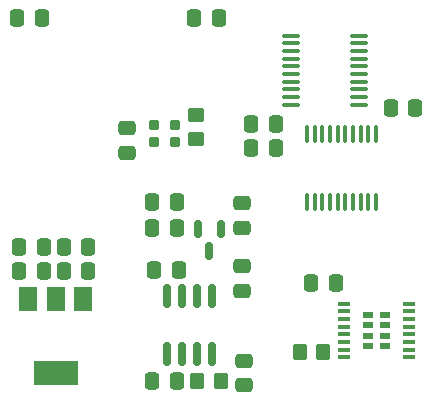
<source format=gbr>
%TF.GenerationSoftware,KiCad,Pcbnew,(6.0.5-0)*%
%TF.CreationDate,2022-06-25T13:44:39+01:00*%
%TF.ProjectId,revised_minh_design,72657669-7365-4645-9f6d-696e685f6465,rev?*%
%TF.SameCoordinates,Original*%
%TF.FileFunction,Paste,Top*%
%TF.FilePolarity,Positive*%
%FSLAX46Y46*%
G04 Gerber Fmt 4.6, Leading zero omitted, Abs format (unit mm)*
G04 Created by KiCad (PCBNEW (6.0.5-0)) date 2022-06-25 13:44:39*
%MOMM*%
%LPD*%
G01*
G04 APERTURE LIST*
G04 Aperture macros list*
%AMRoundRect*
0 Rectangle with rounded corners*
0 $1 Rounding radius*
0 $2 $3 $4 $5 $6 $7 $8 $9 X,Y pos of 4 corners*
0 Add a 4 corners polygon primitive as box body*
4,1,4,$2,$3,$4,$5,$6,$7,$8,$9,$2,$3,0*
0 Add four circle primitives for the rounded corners*
1,1,$1+$1,$2,$3*
1,1,$1+$1,$4,$5*
1,1,$1+$1,$6,$7*
1,1,$1+$1,$8,$9*
0 Add four rect primitives between the rounded corners*
20,1,$1+$1,$2,$3,$4,$5,0*
20,1,$1+$1,$4,$5,$6,$7,0*
20,1,$1+$1,$6,$7,$8,$9,0*
20,1,$1+$1,$8,$9,$2,$3,0*%
G04 Aperture macros list end*
%ADD10RoundRect,0.100000X0.637500X0.100000X-0.637500X0.100000X-0.637500X-0.100000X0.637500X-0.100000X0*%
%ADD11RoundRect,0.250000X-0.475000X0.337500X-0.475000X-0.337500X0.475000X-0.337500X0.475000X0.337500X0*%
%ADD12RoundRect,0.250000X0.337500X0.475000X-0.337500X0.475000X-0.337500X-0.475000X0.337500X-0.475000X0*%
%ADD13RoundRect,0.100000X0.100000X-0.637500X0.100000X0.637500X-0.100000X0.637500X-0.100000X-0.637500X0*%
%ADD14RoundRect,0.250000X0.475000X-0.337500X0.475000X0.337500X-0.475000X0.337500X-0.475000X-0.337500X0*%
%ADD15R,1.500000X2.000000*%
%ADD16R,3.800000X2.000000*%
%ADD17RoundRect,0.250000X-0.350000X-0.450000X0.350000X-0.450000X0.350000X0.450000X-0.350000X0.450000X0*%
%ADD18RoundRect,0.150000X-0.150000X0.587500X-0.150000X-0.587500X0.150000X-0.587500X0.150000X0.587500X0*%
%ADD19RoundRect,0.250000X-0.337500X-0.475000X0.337500X-0.475000X0.337500X0.475000X-0.337500X0.475000X0*%
%ADD20RoundRect,0.150000X-0.150000X0.825000X-0.150000X-0.825000X0.150000X-0.825000X0.150000X0.825000X0*%
%ADD21R,1.050000X0.450000*%
%ADD22R,0.882000X0.537000*%
%ADD23RoundRect,0.250000X-0.450000X0.350000X-0.450000X-0.350000X0.450000X-0.350000X0.450000X0.350000X0*%
%ADD24RoundRect,0.200000X0.250000X-0.200000X0.250000X0.200000X-0.250000X0.200000X-0.250000X-0.200000X0*%
G04 APERTURE END LIST*
D10*
%TO.C,U6*%
X129862500Y-51820000D03*
X129862500Y-51170000D03*
X129862500Y-50520000D03*
X129862500Y-49870000D03*
X129862500Y-49220000D03*
X129862500Y-48570000D03*
X129862500Y-47920000D03*
X129862500Y-47270000D03*
X129862500Y-46620000D03*
X129862500Y-45970000D03*
X124137500Y-45970000D03*
X124137500Y-46620000D03*
X124137500Y-47270000D03*
X124137500Y-47920000D03*
X124137500Y-48570000D03*
X124137500Y-49220000D03*
X124137500Y-49870000D03*
X124137500Y-50520000D03*
X124137500Y-51170000D03*
X124137500Y-51820000D03*
%TD*%
D11*
%TO.C,C18*%
X120015000Y-60176500D03*
X120015000Y-62251500D03*
%TD*%
D12*
%TO.C,C13*%
X114448500Y-75185000D03*
X112373500Y-75185000D03*
%TD*%
D13*
%TO.C,U7*%
X125472000Y-60012500D03*
X126122000Y-60012500D03*
X126772000Y-60012500D03*
X127422000Y-60012500D03*
X128072000Y-60012500D03*
X128722000Y-60012500D03*
X129372000Y-60012500D03*
X130022000Y-60012500D03*
X130672000Y-60012500D03*
X131322000Y-60012500D03*
X131322000Y-54287500D03*
X130672000Y-54287500D03*
X130022000Y-54287500D03*
X129372000Y-54287500D03*
X128722000Y-54287500D03*
X128072000Y-54287500D03*
X127422000Y-54287500D03*
X126772000Y-54287500D03*
X126122000Y-54287500D03*
X125472000Y-54287500D03*
%TD*%
D14*
%TO.C,C11*%
X110236000Y-55901500D03*
X110236000Y-53826500D03*
%TD*%
D12*
%TO.C,C8*%
X114448500Y-60071000D03*
X112373500Y-60071000D03*
%TD*%
D15*
%TO.C,U4*%
X106495500Y-68224000D03*
D16*
X104195500Y-74524000D03*
D15*
X104195500Y-68224000D03*
X101895500Y-68224000D03*
%TD*%
D12*
%TO.C,C2*%
X103018500Y-44450000D03*
X100943500Y-44450000D03*
%TD*%
D17*
%TO.C,R2*%
X116156500Y-75185000D03*
X118156500Y-75185000D03*
%TD*%
D12*
%TO.C,C3*%
X106955500Y-63880000D03*
X104880500Y-63880000D03*
%TD*%
%TO.C,C14*%
X127932000Y-66929000D03*
X125857000Y-66929000D03*
%TD*%
D14*
%TO.C,C12*%
X120128500Y-75586500D03*
X120128500Y-73511500D03*
%TD*%
D12*
%TO.C,C17*%
X122830500Y-55499000D03*
X120755500Y-55499000D03*
%TD*%
D18*
%TO.C,U3*%
X118171000Y-62308500D03*
X116271000Y-62308500D03*
X117221000Y-64183500D03*
%TD*%
D19*
%TO.C,C7*%
X101118000Y-65880000D03*
X103193000Y-65880000D03*
%TD*%
D20*
%TO.C,U5*%
X117461500Y-68010000D03*
X116191500Y-68010000D03*
X114921500Y-68010000D03*
X113651500Y-68010000D03*
X113651500Y-72960000D03*
X114921500Y-72960000D03*
X116191500Y-72960000D03*
X117461500Y-72960000D03*
%TD*%
D19*
%TO.C,C1*%
X115929500Y-44450000D03*
X118004500Y-44450000D03*
%TD*%
%TO.C,C9*%
X101118000Y-63880000D03*
X103193000Y-63880000D03*
%TD*%
D12*
%TO.C,C5*%
X106955500Y-65880000D03*
X104880500Y-65880000D03*
%TD*%
D19*
%TO.C,C16*%
X132566500Y-52070000D03*
X134641500Y-52070000D03*
%TD*%
D17*
%TO.C,R1*%
X124857000Y-72771000D03*
X126857000Y-72771000D03*
%TD*%
D21*
%TO.C,U8*%
X128570000Y-68651500D03*
X128570000Y-69301500D03*
X128570000Y-69951500D03*
X128570000Y-70601500D03*
X128570000Y-71251500D03*
X128570000Y-71901500D03*
X128570000Y-72551500D03*
X128570000Y-73201500D03*
X134120000Y-73201500D03*
X134120000Y-72551500D03*
X134120000Y-71901500D03*
X134120000Y-71251500D03*
X134120000Y-70601500D03*
X134120000Y-69951500D03*
X134120000Y-69301500D03*
X134120000Y-68651500D03*
D22*
X132080000Y-70479000D03*
X130610000Y-69584000D03*
X130610000Y-72269000D03*
X132080000Y-72269000D03*
X130610000Y-71374000D03*
X130610000Y-70479000D03*
X132080000Y-69584000D03*
X132080000Y-71374000D03*
%TD*%
D12*
%TO.C,C6*%
X114448500Y-62230000D03*
X112373500Y-62230000D03*
%TD*%
D23*
%TO.C,R3*%
X116078000Y-52721000D03*
X116078000Y-54721000D03*
%TD*%
D12*
%TO.C,C10*%
X114597000Y-65785000D03*
X112522000Y-65785000D03*
%TD*%
%TO.C,C15*%
X122830500Y-53467000D03*
X120755500Y-53467000D03*
%TD*%
D11*
%TO.C,C4*%
X120015000Y-65510500D03*
X120015000Y-67585500D03*
%TD*%
D24*
%TO.C,X1*%
X112486000Y-54954000D03*
X114336000Y-54954000D03*
X114336000Y-53504000D03*
X112486000Y-53504000D03*
%TD*%
M02*

</source>
